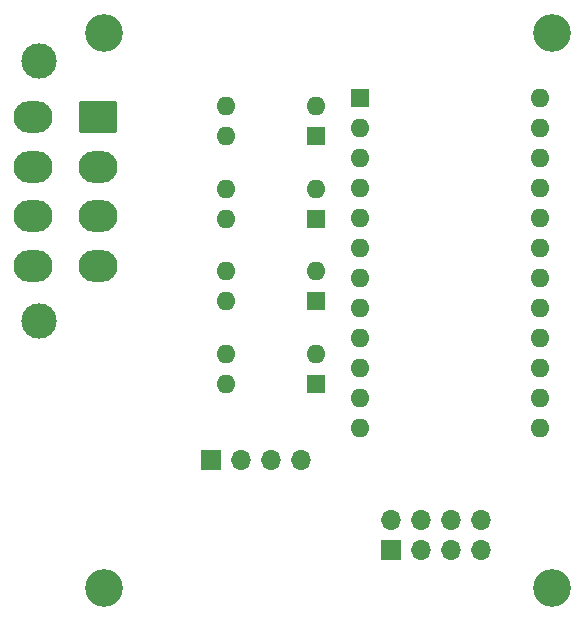
<source format=gbr>
%TF.GenerationSoftware,KiCad,Pcbnew,(6.0.9)*%
%TF.CreationDate,2023-03-29T13:56:59-08:00*%
%TF.ProjectId,ABSIS_Pit Management System,41425349-535f-4506-9974-204d616e6167,1*%
%TF.SameCoordinates,Original*%
%TF.FileFunction,Soldermask,Bot*%
%TF.FilePolarity,Negative*%
%FSLAX46Y46*%
G04 Gerber Fmt 4.6, Leading zero omitted, Abs format (unit mm)*
G04 Created by KiCad (PCBNEW (6.0.9)) date 2023-03-29 13:56:59*
%MOMM*%
%LPD*%
G01*
G04 APERTURE LIST*
G04 Aperture macros list*
%AMRoundRect*
0 Rectangle with rounded corners*
0 $1 Rounding radius*
0 $2 $3 $4 $5 $6 $7 $8 $9 X,Y pos of 4 corners*
0 Add a 4 corners polygon primitive as box body*
4,1,4,$2,$3,$4,$5,$6,$7,$8,$9,$2,$3,0*
0 Add four circle primitives for the rounded corners*
1,1,$1+$1,$2,$3*
1,1,$1+$1,$4,$5*
1,1,$1+$1,$6,$7*
1,1,$1+$1,$8,$9*
0 Add four rect primitives between the rounded corners*
20,1,$1+$1,$2,$3,$4,$5,0*
20,1,$1+$1,$4,$5,$6,$7,0*
20,1,$1+$1,$6,$7,$8,$9,0*
20,1,$1+$1,$8,$9,$2,$3,0*%
G04 Aperture macros list end*
%ADD10R,1.700000X1.700000*%
%ADD11O,1.700000X1.700000*%
%ADD12C,3.200000*%
%ADD13R,1.600000X1.600000*%
%ADD14O,1.600000X1.600000*%
%ADD15C,3.000000*%
%ADD16RoundRect,0.250001X-1.399999X1.099999X-1.399999X-1.099999X1.399999X-1.099999X1.399999X1.099999X0*%
%ADD17O,3.300000X2.700000*%
G04 APERTURE END LIST*
D10*
%TO.C,J2*%
X38100000Y5280000D03*
D11*
X38100000Y7820000D03*
X40640000Y5280000D03*
X40640000Y7820000D03*
X43180000Y5280000D03*
X43180000Y7820000D03*
X45720000Y5280000D03*
X45720000Y7820000D03*
%TD*%
D12*
%TO.C,H2*%
X51780000Y49000000D03*
%TD*%
%TO.C,H4*%
X51780000Y2000000D03*
%TD*%
%TO.C,H1*%
X13780000Y49000000D03*
%TD*%
%TO.C,H3*%
X13780000Y2000000D03*
%TD*%
D13*
%TO.C,XU1*%
X35517600Y43486800D03*
D14*
X35517600Y40946800D03*
X35517600Y38406800D03*
X35517600Y35866800D03*
X35517600Y33326800D03*
X35517600Y30786800D03*
X35517600Y28246800D03*
X35517600Y25706800D03*
X35517600Y23166800D03*
X35517600Y20626800D03*
X35517600Y18086800D03*
X35517600Y15546800D03*
X50757600Y15546800D03*
X50757600Y18086800D03*
X50757600Y20626800D03*
X50757600Y23166800D03*
X50757600Y25706800D03*
X50757600Y28246800D03*
X50757600Y30786800D03*
X50757600Y33326800D03*
X50757600Y35866800D03*
X50757600Y38406800D03*
X50757600Y40946800D03*
X50757600Y43486800D03*
%TD*%
D10*
%TO.C,J1*%
X22860000Y12900000D03*
D11*
X25400000Y12900000D03*
X27940000Y12900000D03*
X30480000Y12900000D03*
%TD*%
D13*
%TO.C,U1*%
X31750000Y40259000D03*
D14*
X31750000Y42799000D03*
X24130000Y42799000D03*
X24130000Y40259000D03*
%TD*%
D13*
%TO.C,U2*%
X31750000Y33274000D03*
D14*
X31750000Y35814000D03*
X24130000Y35814000D03*
X24130000Y33274000D03*
%TD*%
D13*
%TO.C,U4*%
X31750000Y19304000D03*
D14*
X31750000Y21844000D03*
X24130000Y21844000D03*
X24130000Y19304000D03*
%TD*%
D13*
%TO.C,U3*%
X31750000Y26289000D03*
D14*
X31750000Y28829000D03*
X24130000Y28829000D03*
X24130000Y26289000D03*
%TD*%
D15*
%TO.C,J3*%
X8295000Y24610000D03*
X8295000Y46610000D03*
D16*
X13335000Y41910000D03*
D17*
X13335000Y37710000D03*
X13335000Y33510000D03*
X13335000Y29310000D03*
X7835000Y41910000D03*
X7835000Y37710000D03*
X7835000Y33510000D03*
X7835000Y29310000D03*
%TD*%
M02*

</source>
